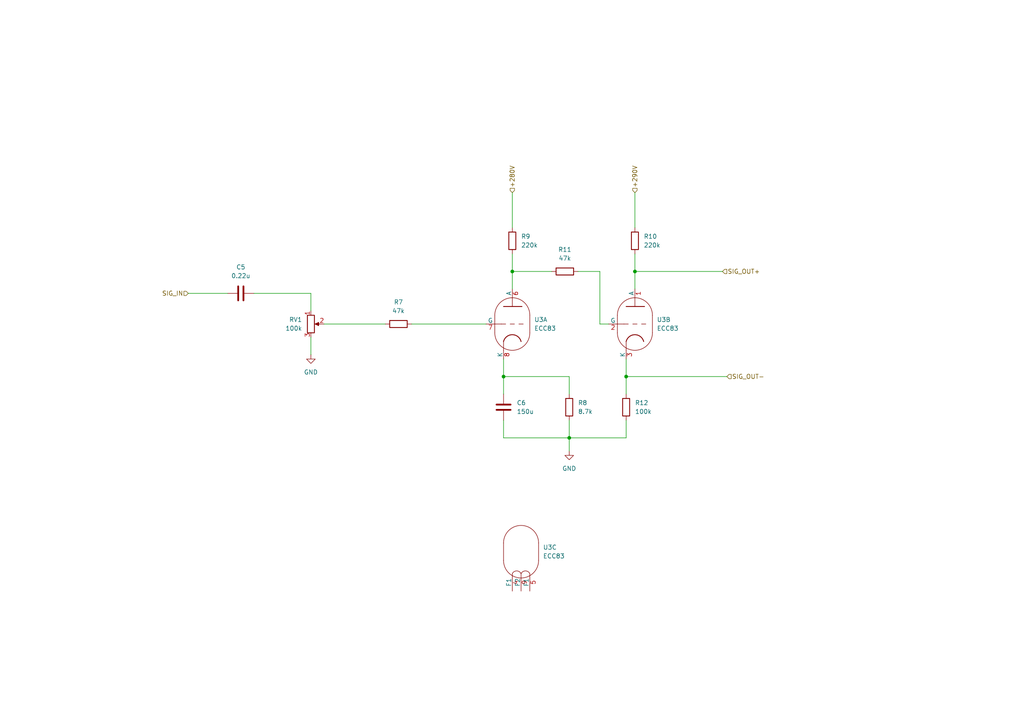
<source format=kicad_sch>
(kicad_sch (version 20231120) (generator "eeschema") (generator_version "8.0")
  (paper "A4")
  (lib_symbols
    (symbol "Device:C" (pin_numbers hide) (pin_names (offset 0.254))
      (property "Reference" "C" (at 0.635 2.54 0))
      (property "Value" "C" (at 0.635 -2.54 0))
      (symbol "C_0_1"
        (polyline (pts (xy -2.032 -0.762) (xy 2.032 -0.762)) (stroke (width 0.508)))
        (polyline (pts (xy -2.032 0.762) (xy 2.032 0.762)) (stroke (width 0.508)))
      )
      (symbol "C_1_1"
        (pin passive line (at 0 3.81 270) (length 2.794) (name "~") (number "1"))
        (pin passive line (at 0 -3.81 90) (length 2.794) (name "~") (number "2"))
      )
    )
    (symbol "Device:R" (pin_numbers hide) (pin_names (offset 0))
      (property "Reference" "R" (at 2.032 0 90))
      (property "Value" "R" (at 0 0 90))
      (symbol "R_0_1"
        (rectangle (start -1.016 -2.54) (end 1.016 2.54) (stroke (width 0.254)))
      )
      (symbol "R_1_1"
        (pin passive line (at 0 3.81 270) (length 1.27) (name "~") (number "1"))
        (pin passive line (at 0 -3.81 90) (length 1.27) (name "~") (number "2"))
      )
    )
    (symbol "Device:R_Potentiometer" (pin_names (offset 1.016) hide)
      (property "Reference" "RV" (at -4.445 0 90))
      (property "Value" "R_Potentiometer" (at -2.54 0 90))
      (symbol "R_Potentiometer_0_1"
        (polyline (pts (xy 2.54 0) (xy 1.524 0)))
        (polyline (pts (xy 1.143 0) (xy 2.286 0.508) (xy 2.286 -0.508) (xy 1.143 0)) (fill (type outline)))
        (rectangle (start 1.016 2.54) (end -1.016 -2.54) (stroke (width 0.254)))
      )
      (symbol "R_Potentiometer_1_1"
        (pin passive line (at 0 3.81 270) (length 1.27) (name "1") (number "1"))
        (pin passive line (at 3.81 0 180) (length 1.27) (name "2") (number "2"))
        (pin passive line (at 0 -3.81 90) (length 1.27) (name "3") (number "3"))
      )
    )
    (symbol "Valve:ECC83" (pin_names (offset 0))
      (property "Reference" "U" (at 3.302 7.874 0))
      (property "Value" "ECC83" (at 8.89 -7.62 0))
      (symbol "ECC83_0_1"
        (arc (start -5.08 -2.54) (mid 0 -7.5979) (end 5.08 -2.54))
        (polyline (pts (xy 5.08 2.54) (xy 5.08 -2.54)))
        (polyline (pts (xy -5.08 2.54) (xy -5.08 -2.54) (xy -5.08 -2.54)))
        (arc (start 5.08 2.54) (mid 0 7.5979) (end -5.08 2.54))
      )
      (symbol "ECC83_1_0"
        (polyline (pts (xy -2.54 -5.08) (xy -2.54 -7.62)))
        (polyline (pts (xy 0 5.08) (xy 0 7.62)))
      )
      (symbol "ECC83_1_1"
        (polyline (pts (xy -5.08 0) (xy -3.175 0)))
        (polyline (pts (xy -1.905 0) (xy -3.175 0)) (stroke (width 0.1524)))
        (polyline (pts (xy -0.635 0) (xy 0.635 0)) (stroke (width 0.1524)))
        (polyline (pts (xy 1.905 0) (xy 3.175 0)) (stroke (width 0.1524)))
        (polyline (pts (xy -2.54 5.08) (xy 2.794 5.08) (xy 2.794 5.08)) (stroke (width 0.254)))
        (arc (start 2.54 -5.08) (mid 0 -3.0968) (end -2.54 -5.08) (stroke (width 0.254)))
        (pin output line (at 0 10.16 270) (length 2.54) (name "A") (number "6"))
        (pin input line (at -7.62 0 0) (length 2.54) (name "G") (number "7"))
        (pin bidirectional line (at -2.54 -10.16 90) (length 2.54) (name "K") (number "8"))
      )
      (symbol "ECC83_2_0"
        (polyline (pts (xy -2.54 -5.08) (xy -2.54 -7.62)))
        (polyline (pts (xy 0 5.08) (xy 0 7.62)))
      )
      (symbol "ECC83_2_1"
        (polyline (pts (xy -5.08 0) (xy -3.175 0)))
        (polyline (pts (xy -1.905 0) (xy -3.175 0)) (stroke (width 0.1524)))
        (polyline (pts (xy -0.635 0) (xy 0.635 0)) (stroke (width 0.1524)))
        (polyline (pts (xy 1.905 0) (xy 3.175 0)) (stroke (width 0.1524)))
        (polyline (pts (xy -2.54 5.08) (xy 2.794 5.08) (xy 2.794 5.08)) (stroke (width 0.254)))
        (arc (start 2.54 -5.08) (mid 0 -3.0968) (end -2.54 -5.08) (stroke (width 0.254)))
        (pin output line (at 0 10.16 270) (length 2.54) (name "A") (number "1"))
        (pin input line (at -7.62 0 0) (length 2.54) (name "G") (number "2"))
        (pin bidirectional line (at -2.54 -10.16 90) (length 2.54) (name "K") (number "3"))
      )
      (symbol "ECC83_3_1"
        (arc (start 0 -6.35) (mid -1.27 -5.5651) (end -2.54 -6.35))
        (arc (start 2.54 -6.35) (mid 1.27 -5.5651) (end 0 -6.35))
        (pin power_in line (at -2.54 -11.43 90) (length 5.08) (name "F1") (number "4"))
        (pin power_in line (at 2.54 -11.43 90) (length 5.08) (name "F1") (number "5"))
        (pin power_in line (at 0 -11.43 90) (length 5.08) (name "F2") (number "9"))
      )
    )
    (symbol "power:GND" (power) (pin_numbers hide) (pin_names (offset 0) hide)
      (property "Value" "GND" (at 0 -3.81 0))
      (symbol "GND_0_1"
        (polyline (pts (xy 0 0) (xy 0 -1.27) (xy 1.27 -1.27) (xy 0 -2.54) (xy -1.27 -1.27) (xy 0 -1.27)))
      )
      (symbol "GND_1_1"
        (pin power_in line (at 0 0 270) (length 0) (name "~") (number "1"))
      )
    )
  )
  (junction (at 181.61 109.22))
  (junction (at 146.05 109.22))
  (junction (at 165.1 127))
  (junction (at 148.59 78.74))
  (junction (at 184.15 78.74))
  (wire (pts (xy 184.15 73.66) (xy 184.15 78.74)))
  (wire (pts (xy 181.61 104.14) (xy 181.61 109.22)))
  (wire (pts (xy 90.17 97.79) (xy 90.17 102.87)))
  (wire (pts (xy 148.59 55.88) (xy 148.59 66.04)))
  (wire (pts (xy 119.38 93.98) (xy 140.97 93.98)))
  (wire (pts (xy 181.61 121.92) (xy 181.61 127)))
  (wire (pts (xy 73.66 85.09) (xy 90.17 85.09)))
  (wire (pts (xy 90.17 85.09) (xy 90.17 90.17)))
  (wire (pts (xy 165.1 127) (xy 181.61 127)))
  (wire (pts (xy 148.59 73.66) (xy 148.59 78.74)))
  (wire (pts (xy 165.1 127) (xy 165.1 130.81)))
  (wire (pts (xy 184.15 78.74) (xy 184.15 83.82)))
  (wire (pts (xy 184.15 55.88) (xy 184.15 66.04)))
  (wire (pts (xy 146.05 127) (xy 165.1 127)))
  (wire (pts (xy 181.61 109.22) (xy 210.82 109.22)))
  (wire (pts (xy 146.05 109.22) (xy 146.05 114.3)))
  (wire (pts (xy 146.05 104.14) (xy 146.05 109.22)))
  (wire (pts (xy 173.99 78.74) (xy 173.99 93.98)))
  (wire (pts (xy 146.05 109.22) (xy 165.1 109.22)))
  (wire (pts (xy 173.99 93.98) (xy 176.53 93.98)))
  (wire (pts (xy 148.59 78.74) (xy 160.02 78.74)))
  (wire (pts (xy 93.98 93.98) (xy 111.76 93.98)))
  (wire (pts (xy 167.64 78.74) (xy 173.99 78.74)))
  (wire (pts (xy 184.15 78.74) (xy 209.55 78.74)))
  (wire (pts (xy 165.1 121.92) (xy 165.1 127)))
  (wire (pts (xy 146.05 121.92) (xy 146.05 127)))
  (wire (pts (xy 181.61 109.22) (xy 181.61 114.3)))
  (wire (pts (xy 165.1 109.22) (xy 165.1 114.3)))
  (wire (pts (xy 148.59 78.74) (xy 148.59 83.82)))
  (wire (pts (xy 54.61 85.09) (xy 66.04 85.09)))
  (hierarchical_label "+280V" (shape input) (at 148.59 55.88 90))
  (hierarchical_label "+290V" (shape input) (at 184.15 55.88 90))
  (hierarchical_label "SIG_OUT+" (shape input) (at 209.55 78.74 0))
  (hierarchical_label "SIG_OUT-" (shape input) (at 210.82 109.22 0))
  (hierarchical_label "SIG_IN" (shape input) (at 54.61 85.09 180))
  (symbol (lib_id "Valve:ECC83") (at 148.59 93.98 0) (unit 1)
    (property "Reference" "U3" (at 154.94 92.7099 0) (effects (justify left)))
    (property "Value" "ECC83" (at 154.94 95.2499 0) (effects (justify left)))
    (property "Footprint" "Valve:Valve_Noval_P" (effects (hide yes)))
    (property "Datasheet" "http://www.r-type.org/pdfs/ecc83.pdf" (effects (hide yes)))
    (property "Description" "double triode" (effects (hide yes)))
  )
  (symbol (lib_id "Device:R_Potentiometer") (at 90.17 93.98 0) (unit 1)
    (property "Reference" "RV1" (at 87.63 92.7099 0) (effects (justify right)))
    (property "Value" "100k" (at 87.63 95.2499 0) (effects (justify right)))
    (property "Description" "Potentiometer" (effects (hide yes)))
  )
  (symbol (lib_id "Device:R") (at 184.15 69.85 0) (unit 1)
    (property "Reference" "R10" (at 186.69 68.5799 0) (effects (justify left)))
    (property "Value" "220k" (at 186.69 71.1199 0) (effects (justify left)))
    (property "Description" "Resistor" (effects (hide yes)))
  )
  (symbol (lib_id "Device:R") (at 165.1 118.11 0) (unit 1)
    (property "Reference" "R8" (at 167.64 116.8399 0) (effects (justify left)))
    (property "Value" "8.7k" (at 167.64 119.3799 0) (effects (justify left)))
    (property "Description" "Resistor" (effects (hide yes)))
  )
  (symbol (lib_id "Device:C") (at 146.05 118.11 0) (unit 1)
    (property "Reference" "C6" (at 149.86 116.8399 0) (effects (justify left)))
    (property "Value" "150u" (at 149.86 119.3799 0) (effects (justify left)))
    (property "Description" "Unpolarized capacitor" (effects (hide yes)))
  )
  (symbol (lib_id "Device:R") (at 148.59 69.85 0) (unit 1)
    (property "Reference" "R9" (at 151.13 68.5799 0) (effects (justify left)))
    (property "Value" "220k" (at 151.13 71.1199 0) (effects (justify left)))
    (property "Description" "Resistor" (effects (hide yes)))
  )
  (symbol (lib_id "Device:R") (at 163.83 78.74 270) (unit 1)
    (property "Reference" "R11" (at 163.83 72.39 90))
    (property "Value" "47k" (at 163.83 74.93 90))
    (property "Description" "Resistor" (effects (hide yes)))
  )
  (symbol (lib_id "power:GND") (at 165.1 130.81 0) (unit 1)
    (property "Reference" "#PWR06" (effects (hide yes)))
    (property "Value" "GND" (at 165.1 135.89 0))
    (property "Description" "Power symbol creates a global label with name \"GND\" , ground" (effects (hide yes)))
  )
  (symbol (lib_id "Device:R") (at 115.57 93.98 270) (unit 1)
    (property "Reference" "R7" (at 115.57 87.63 90))
    (property "Value" "47k" (at 115.57 90.17 90))
    (property "Description" "Resistor" (effects (hide yes)))
  )
  (symbol (lib_id "Valve:ECC83") (at 151.13 160.02 0) (unit 3)
    (property "Reference" "U3" (at 157.48 158.7499 0) (effects (justify left)))
    (property "Value" "ECC83" (at 157.48 161.2899 0) (effects (justify left)))
    (property "Footprint" "Valve:Valve_Noval_P" (effects (hide yes)))
    (property "Datasheet" "http://www.r-type.org/pdfs/ecc83.pdf" (effects (hide yes)))
    (property "Description" "double triode" (effects (hide yes)))
  )
  (symbol (lib_id "Device:C") (at 69.85 85.09 90) (unit 1)
    (property "Reference" "C5" (at 69.85 77.47 90))
    (property "Value" "0.22u" (at 69.85 80.01 90))
    (property "Description" "Unpolarized capacitor" (effects (hide yes)))
  )
  (symbol (lib_id "power:GND") (at 90.17 102.87 0) (unit 1)
    (property "Reference" "#PWR05" (effects (hide yes)))
    (property "Value" "GND" (at 90.17 107.95 0))
    (property "Description" "Power symbol creates a global label with name \"GND\" , ground" (effects (hide yes)))
  )
  (symbol (lib_id "Valve:ECC83") (at 184.15 93.98 0) (unit 2)
    (property "Reference" "U3" (at 190.5 92.7099 0) (effects (justify left)))
    (property "Value" "ECC83" (at 190.5 95.2499 0) (effects (justify left)))
    (property "Footprint" "Valve:Valve_Noval_P" (effects (hide yes)))
    (property "Datasheet" "http://www.r-type.org/pdfs/ecc83.pdf" (effects (hide yes)))
    (property "Description" "double triode" (effects (hide yes)))
  )
  (symbol (lib_id "Device:R") (at 181.61 118.11 0) (unit 1)
    (property "Reference" "R12" (at 184.15 116.8399 0) (effects (justify left)))
    (property "Value" "100k" (at 184.15 119.3799 0) (effects (justify left)))
    (property "Description" "Resistor" (effects (hide yes)))
  )
)
</source>
